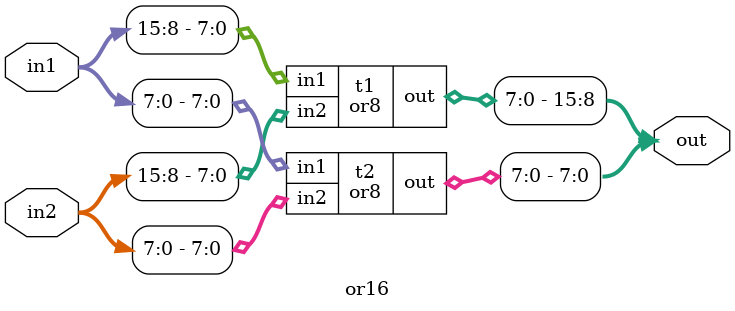
<source format=v>
module or4(out,in1,in2);
	input [3:0] in1, in2;
	output [3:0] out;

	or t1(out[3], in1[3], in2[3]),
		t2(out[2], in1[2], in2[2]),
		t3(out[1], in1[1], in2[1]),
		t4(out[0], in1[0], in2[0]);
endmodule

module or8(out,in1,in2);
	input [7:0] in1, in2;
	output [7:0] out;

	or4 t1(out[7:4], in1[7:4], in2[7:4]),
		 t2(out[3:0], in1[3:0], in2[3:0]);
endmodule

module or16(out,in1,in2);
	input [15:0] in1, in2;
	output [15:0] out;

	or8 t1(out[15:8], in1[15:8], in2[15:8]),
		t2(out[7:0], in1[7:0], in2[7:0]);
endmodule


</source>
